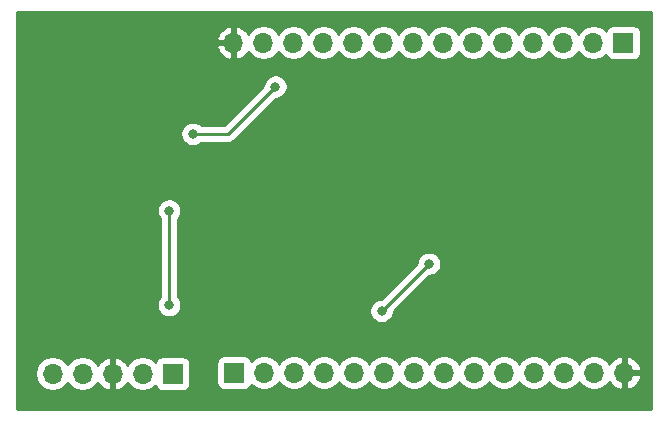
<source format=gbr>
G04 #@! TF.GenerationSoftware,KiCad,Pcbnew,(5.1.5-0-10_14)*
G04 #@! TF.CreationDate,2021-11-19T11:56:32-05:00*
G04 #@! TF.ProjectId,MinimalSAMD21,4d696e69-6d61-46c5-9341-4d4432312e6b,rev?*
G04 #@! TF.SameCoordinates,Original*
G04 #@! TF.FileFunction,Copper,L2,Bot*
G04 #@! TF.FilePolarity,Positive*
%FSLAX46Y46*%
G04 Gerber Fmt 4.6, Leading zero omitted, Abs format (unit mm)*
G04 Created by KiCad (PCBNEW (5.1.5-0-10_14)) date 2021-11-19 11:56:32*
%MOMM*%
%LPD*%
G04 APERTURE LIST*
%ADD10O,1.700000X1.700000*%
%ADD11R,1.700000X1.700000*%
%ADD12C,0.800000*%
%ADD13C,0.250000*%
%ADD14C,0.254000*%
G04 APERTURE END LIST*
D10*
X165945820Y-81280000D03*
X168485820Y-81280000D03*
X171025820Y-81280000D03*
X173565820Y-81280000D03*
X176105820Y-81280000D03*
X178645820Y-81280000D03*
X181185820Y-81280000D03*
X183725820Y-81280000D03*
X186265820Y-81280000D03*
X188805820Y-81280000D03*
X191345820Y-81280000D03*
X193885820Y-81280000D03*
X196425820Y-81280000D03*
D11*
X198965820Y-81280000D03*
D10*
X199020000Y-109220000D03*
X196480000Y-109220000D03*
X193940000Y-109220000D03*
X191400000Y-109220000D03*
X188860000Y-109220000D03*
X186320000Y-109220000D03*
X183780000Y-109220000D03*
X181240000Y-109220000D03*
X178700000Y-109220000D03*
X176160000Y-109220000D03*
X173620000Y-109220000D03*
X171080000Y-109220000D03*
X168540000Y-109220000D03*
D11*
X166000000Y-109220000D03*
D10*
X150630000Y-109300000D03*
X153170000Y-109300000D03*
X155710000Y-109300000D03*
X158250000Y-109300000D03*
D11*
X160790000Y-109300000D03*
D12*
X163000000Y-95500000D03*
X165000000Y-97500000D03*
X171435105Y-92064895D03*
X157500000Y-83500000D03*
X163500000Y-84500000D03*
X186500000Y-97500000D03*
X191000000Y-92500000D03*
X199500000Y-86500000D03*
X195500000Y-103500000D03*
X163500000Y-103500000D03*
X174500000Y-94500000D03*
X153000000Y-103000000D03*
X155000000Y-94500000D03*
X150000000Y-84000000D03*
X182500000Y-100000000D03*
X178500000Y-104000000D03*
X169500000Y-85000000D03*
X162500000Y-89000000D03*
X160500000Y-95500000D03*
X160500000Y-103500000D03*
D13*
X182500000Y-100000000D02*
X178500000Y-104000000D01*
X165500000Y-89000000D02*
X162500000Y-89000000D01*
X169500000Y-85000000D02*
X165500000Y-89000000D01*
X160500000Y-95500000D02*
X160500000Y-103500000D01*
D14*
G36*
X201340001Y-112340000D02*
G01*
X147660000Y-112340000D01*
X147660000Y-109153740D01*
X149145000Y-109153740D01*
X149145000Y-109446260D01*
X149202068Y-109733158D01*
X149314010Y-110003411D01*
X149476525Y-110246632D01*
X149683368Y-110453475D01*
X149926589Y-110615990D01*
X150196842Y-110727932D01*
X150483740Y-110785000D01*
X150776260Y-110785000D01*
X151063158Y-110727932D01*
X151333411Y-110615990D01*
X151576632Y-110453475D01*
X151783475Y-110246632D01*
X151900000Y-110072240D01*
X152016525Y-110246632D01*
X152223368Y-110453475D01*
X152466589Y-110615990D01*
X152736842Y-110727932D01*
X153023740Y-110785000D01*
X153316260Y-110785000D01*
X153603158Y-110727932D01*
X153873411Y-110615990D01*
X154116632Y-110453475D01*
X154323475Y-110246632D01*
X154445195Y-110064466D01*
X154514822Y-110181355D01*
X154709731Y-110397588D01*
X154943080Y-110571641D01*
X155205901Y-110696825D01*
X155353110Y-110741476D01*
X155583000Y-110620155D01*
X155583000Y-109427000D01*
X155563000Y-109427000D01*
X155563000Y-109173000D01*
X155583000Y-109173000D01*
X155583000Y-107979845D01*
X155837000Y-107979845D01*
X155837000Y-109173000D01*
X155857000Y-109173000D01*
X155857000Y-109427000D01*
X155837000Y-109427000D01*
X155837000Y-110620155D01*
X156066890Y-110741476D01*
X156214099Y-110696825D01*
X156476920Y-110571641D01*
X156710269Y-110397588D01*
X156905178Y-110181355D01*
X156974805Y-110064466D01*
X157096525Y-110246632D01*
X157303368Y-110453475D01*
X157546589Y-110615990D01*
X157816842Y-110727932D01*
X158103740Y-110785000D01*
X158396260Y-110785000D01*
X158683158Y-110727932D01*
X158953411Y-110615990D01*
X159196632Y-110453475D01*
X159328487Y-110321620D01*
X159350498Y-110394180D01*
X159409463Y-110504494D01*
X159488815Y-110601185D01*
X159585506Y-110680537D01*
X159695820Y-110739502D01*
X159815518Y-110775812D01*
X159940000Y-110788072D01*
X161640000Y-110788072D01*
X161764482Y-110775812D01*
X161884180Y-110739502D01*
X161994494Y-110680537D01*
X162091185Y-110601185D01*
X162170537Y-110504494D01*
X162229502Y-110394180D01*
X162265812Y-110274482D01*
X162278072Y-110150000D01*
X162278072Y-108450000D01*
X162270193Y-108370000D01*
X164511928Y-108370000D01*
X164511928Y-110070000D01*
X164524188Y-110194482D01*
X164560498Y-110314180D01*
X164619463Y-110424494D01*
X164698815Y-110521185D01*
X164795506Y-110600537D01*
X164905820Y-110659502D01*
X165025518Y-110695812D01*
X165150000Y-110708072D01*
X166850000Y-110708072D01*
X166974482Y-110695812D01*
X167094180Y-110659502D01*
X167204494Y-110600537D01*
X167301185Y-110521185D01*
X167380537Y-110424494D01*
X167439502Y-110314180D01*
X167461513Y-110241620D01*
X167593368Y-110373475D01*
X167836589Y-110535990D01*
X168106842Y-110647932D01*
X168393740Y-110705000D01*
X168686260Y-110705000D01*
X168973158Y-110647932D01*
X169243411Y-110535990D01*
X169486632Y-110373475D01*
X169693475Y-110166632D01*
X169810000Y-109992240D01*
X169926525Y-110166632D01*
X170133368Y-110373475D01*
X170376589Y-110535990D01*
X170646842Y-110647932D01*
X170933740Y-110705000D01*
X171226260Y-110705000D01*
X171513158Y-110647932D01*
X171783411Y-110535990D01*
X172026632Y-110373475D01*
X172233475Y-110166632D01*
X172350000Y-109992240D01*
X172466525Y-110166632D01*
X172673368Y-110373475D01*
X172916589Y-110535990D01*
X173186842Y-110647932D01*
X173473740Y-110705000D01*
X173766260Y-110705000D01*
X174053158Y-110647932D01*
X174323411Y-110535990D01*
X174566632Y-110373475D01*
X174773475Y-110166632D01*
X174890000Y-109992240D01*
X175006525Y-110166632D01*
X175213368Y-110373475D01*
X175456589Y-110535990D01*
X175726842Y-110647932D01*
X176013740Y-110705000D01*
X176306260Y-110705000D01*
X176593158Y-110647932D01*
X176863411Y-110535990D01*
X177106632Y-110373475D01*
X177313475Y-110166632D01*
X177430000Y-109992240D01*
X177546525Y-110166632D01*
X177753368Y-110373475D01*
X177996589Y-110535990D01*
X178266842Y-110647932D01*
X178553740Y-110705000D01*
X178846260Y-110705000D01*
X179133158Y-110647932D01*
X179403411Y-110535990D01*
X179646632Y-110373475D01*
X179853475Y-110166632D01*
X179970000Y-109992240D01*
X180086525Y-110166632D01*
X180293368Y-110373475D01*
X180536589Y-110535990D01*
X180806842Y-110647932D01*
X181093740Y-110705000D01*
X181386260Y-110705000D01*
X181673158Y-110647932D01*
X181943411Y-110535990D01*
X182186632Y-110373475D01*
X182393475Y-110166632D01*
X182510000Y-109992240D01*
X182626525Y-110166632D01*
X182833368Y-110373475D01*
X183076589Y-110535990D01*
X183346842Y-110647932D01*
X183633740Y-110705000D01*
X183926260Y-110705000D01*
X184213158Y-110647932D01*
X184483411Y-110535990D01*
X184726632Y-110373475D01*
X184933475Y-110166632D01*
X185050000Y-109992240D01*
X185166525Y-110166632D01*
X185373368Y-110373475D01*
X185616589Y-110535990D01*
X185886842Y-110647932D01*
X186173740Y-110705000D01*
X186466260Y-110705000D01*
X186753158Y-110647932D01*
X187023411Y-110535990D01*
X187266632Y-110373475D01*
X187473475Y-110166632D01*
X187590000Y-109992240D01*
X187706525Y-110166632D01*
X187913368Y-110373475D01*
X188156589Y-110535990D01*
X188426842Y-110647932D01*
X188713740Y-110705000D01*
X189006260Y-110705000D01*
X189293158Y-110647932D01*
X189563411Y-110535990D01*
X189806632Y-110373475D01*
X190013475Y-110166632D01*
X190130000Y-109992240D01*
X190246525Y-110166632D01*
X190453368Y-110373475D01*
X190696589Y-110535990D01*
X190966842Y-110647932D01*
X191253740Y-110705000D01*
X191546260Y-110705000D01*
X191833158Y-110647932D01*
X192103411Y-110535990D01*
X192346632Y-110373475D01*
X192553475Y-110166632D01*
X192670000Y-109992240D01*
X192786525Y-110166632D01*
X192993368Y-110373475D01*
X193236589Y-110535990D01*
X193506842Y-110647932D01*
X193793740Y-110705000D01*
X194086260Y-110705000D01*
X194373158Y-110647932D01*
X194643411Y-110535990D01*
X194886632Y-110373475D01*
X195093475Y-110166632D01*
X195210000Y-109992240D01*
X195326525Y-110166632D01*
X195533368Y-110373475D01*
X195776589Y-110535990D01*
X196046842Y-110647932D01*
X196333740Y-110705000D01*
X196626260Y-110705000D01*
X196913158Y-110647932D01*
X197183411Y-110535990D01*
X197426632Y-110373475D01*
X197633475Y-110166632D01*
X197755195Y-109984466D01*
X197824822Y-110101355D01*
X198019731Y-110317588D01*
X198253080Y-110491641D01*
X198515901Y-110616825D01*
X198663110Y-110661476D01*
X198893000Y-110540155D01*
X198893000Y-109347000D01*
X199147000Y-109347000D01*
X199147000Y-110540155D01*
X199376890Y-110661476D01*
X199524099Y-110616825D01*
X199786920Y-110491641D01*
X200020269Y-110317588D01*
X200215178Y-110101355D01*
X200364157Y-109851252D01*
X200461481Y-109576891D01*
X200340814Y-109347000D01*
X199147000Y-109347000D01*
X198893000Y-109347000D01*
X198873000Y-109347000D01*
X198873000Y-109093000D01*
X198893000Y-109093000D01*
X198893000Y-107899845D01*
X199147000Y-107899845D01*
X199147000Y-109093000D01*
X200340814Y-109093000D01*
X200461481Y-108863109D01*
X200364157Y-108588748D01*
X200215178Y-108338645D01*
X200020269Y-108122412D01*
X199786920Y-107948359D01*
X199524099Y-107823175D01*
X199376890Y-107778524D01*
X199147000Y-107899845D01*
X198893000Y-107899845D01*
X198663110Y-107778524D01*
X198515901Y-107823175D01*
X198253080Y-107948359D01*
X198019731Y-108122412D01*
X197824822Y-108338645D01*
X197755195Y-108455534D01*
X197633475Y-108273368D01*
X197426632Y-108066525D01*
X197183411Y-107904010D01*
X196913158Y-107792068D01*
X196626260Y-107735000D01*
X196333740Y-107735000D01*
X196046842Y-107792068D01*
X195776589Y-107904010D01*
X195533368Y-108066525D01*
X195326525Y-108273368D01*
X195210000Y-108447760D01*
X195093475Y-108273368D01*
X194886632Y-108066525D01*
X194643411Y-107904010D01*
X194373158Y-107792068D01*
X194086260Y-107735000D01*
X193793740Y-107735000D01*
X193506842Y-107792068D01*
X193236589Y-107904010D01*
X192993368Y-108066525D01*
X192786525Y-108273368D01*
X192670000Y-108447760D01*
X192553475Y-108273368D01*
X192346632Y-108066525D01*
X192103411Y-107904010D01*
X191833158Y-107792068D01*
X191546260Y-107735000D01*
X191253740Y-107735000D01*
X190966842Y-107792068D01*
X190696589Y-107904010D01*
X190453368Y-108066525D01*
X190246525Y-108273368D01*
X190130000Y-108447760D01*
X190013475Y-108273368D01*
X189806632Y-108066525D01*
X189563411Y-107904010D01*
X189293158Y-107792068D01*
X189006260Y-107735000D01*
X188713740Y-107735000D01*
X188426842Y-107792068D01*
X188156589Y-107904010D01*
X187913368Y-108066525D01*
X187706525Y-108273368D01*
X187590000Y-108447760D01*
X187473475Y-108273368D01*
X187266632Y-108066525D01*
X187023411Y-107904010D01*
X186753158Y-107792068D01*
X186466260Y-107735000D01*
X186173740Y-107735000D01*
X185886842Y-107792068D01*
X185616589Y-107904010D01*
X185373368Y-108066525D01*
X185166525Y-108273368D01*
X185050000Y-108447760D01*
X184933475Y-108273368D01*
X184726632Y-108066525D01*
X184483411Y-107904010D01*
X184213158Y-107792068D01*
X183926260Y-107735000D01*
X183633740Y-107735000D01*
X183346842Y-107792068D01*
X183076589Y-107904010D01*
X182833368Y-108066525D01*
X182626525Y-108273368D01*
X182510000Y-108447760D01*
X182393475Y-108273368D01*
X182186632Y-108066525D01*
X181943411Y-107904010D01*
X181673158Y-107792068D01*
X181386260Y-107735000D01*
X181093740Y-107735000D01*
X180806842Y-107792068D01*
X180536589Y-107904010D01*
X180293368Y-108066525D01*
X180086525Y-108273368D01*
X179970000Y-108447760D01*
X179853475Y-108273368D01*
X179646632Y-108066525D01*
X179403411Y-107904010D01*
X179133158Y-107792068D01*
X178846260Y-107735000D01*
X178553740Y-107735000D01*
X178266842Y-107792068D01*
X177996589Y-107904010D01*
X177753368Y-108066525D01*
X177546525Y-108273368D01*
X177430000Y-108447760D01*
X177313475Y-108273368D01*
X177106632Y-108066525D01*
X176863411Y-107904010D01*
X176593158Y-107792068D01*
X176306260Y-107735000D01*
X176013740Y-107735000D01*
X175726842Y-107792068D01*
X175456589Y-107904010D01*
X175213368Y-108066525D01*
X175006525Y-108273368D01*
X174890000Y-108447760D01*
X174773475Y-108273368D01*
X174566632Y-108066525D01*
X174323411Y-107904010D01*
X174053158Y-107792068D01*
X173766260Y-107735000D01*
X173473740Y-107735000D01*
X173186842Y-107792068D01*
X172916589Y-107904010D01*
X172673368Y-108066525D01*
X172466525Y-108273368D01*
X172350000Y-108447760D01*
X172233475Y-108273368D01*
X172026632Y-108066525D01*
X171783411Y-107904010D01*
X171513158Y-107792068D01*
X171226260Y-107735000D01*
X170933740Y-107735000D01*
X170646842Y-107792068D01*
X170376589Y-107904010D01*
X170133368Y-108066525D01*
X169926525Y-108273368D01*
X169810000Y-108447760D01*
X169693475Y-108273368D01*
X169486632Y-108066525D01*
X169243411Y-107904010D01*
X168973158Y-107792068D01*
X168686260Y-107735000D01*
X168393740Y-107735000D01*
X168106842Y-107792068D01*
X167836589Y-107904010D01*
X167593368Y-108066525D01*
X167461513Y-108198380D01*
X167439502Y-108125820D01*
X167380537Y-108015506D01*
X167301185Y-107918815D01*
X167204494Y-107839463D01*
X167094180Y-107780498D01*
X166974482Y-107744188D01*
X166850000Y-107731928D01*
X165150000Y-107731928D01*
X165025518Y-107744188D01*
X164905820Y-107780498D01*
X164795506Y-107839463D01*
X164698815Y-107918815D01*
X164619463Y-108015506D01*
X164560498Y-108125820D01*
X164524188Y-108245518D01*
X164511928Y-108370000D01*
X162270193Y-108370000D01*
X162265812Y-108325518D01*
X162229502Y-108205820D01*
X162170537Y-108095506D01*
X162091185Y-107998815D01*
X161994494Y-107919463D01*
X161884180Y-107860498D01*
X161764482Y-107824188D01*
X161640000Y-107811928D01*
X159940000Y-107811928D01*
X159815518Y-107824188D01*
X159695820Y-107860498D01*
X159585506Y-107919463D01*
X159488815Y-107998815D01*
X159409463Y-108095506D01*
X159350498Y-108205820D01*
X159328487Y-108278380D01*
X159196632Y-108146525D01*
X158953411Y-107984010D01*
X158683158Y-107872068D01*
X158396260Y-107815000D01*
X158103740Y-107815000D01*
X157816842Y-107872068D01*
X157546589Y-107984010D01*
X157303368Y-108146525D01*
X157096525Y-108353368D01*
X156974805Y-108535534D01*
X156905178Y-108418645D01*
X156710269Y-108202412D01*
X156476920Y-108028359D01*
X156214099Y-107903175D01*
X156066890Y-107858524D01*
X155837000Y-107979845D01*
X155583000Y-107979845D01*
X155353110Y-107858524D01*
X155205901Y-107903175D01*
X154943080Y-108028359D01*
X154709731Y-108202412D01*
X154514822Y-108418645D01*
X154445195Y-108535534D01*
X154323475Y-108353368D01*
X154116632Y-108146525D01*
X153873411Y-107984010D01*
X153603158Y-107872068D01*
X153316260Y-107815000D01*
X153023740Y-107815000D01*
X152736842Y-107872068D01*
X152466589Y-107984010D01*
X152223368Y-108146525D01*
X152016525Y-108353368D01*
X151900000Y-108527760D01*
X151783475Y-108353368D01*
X151576632Y-108146525D01*
X151333411Y-107984010D01*
X151063158Y-107872068D01*
X150776260Y-107815000D01*
X150483740Y-107815000D01*
X150196842Y-107872068D01*
X149926589Y-107984010D01*
X149683368Y-108146525D01*
X149476525Y-108353368D01*
X149314010Y-108596589D01*
X149202068Y-108866842D01*
X149145000Y-109153740D01*
X147660000Y-109153740D01*
X147660000Y-95398061D01*
X159465000Y-95398061D01*
X159465000Y-95601939D01*
X159504774Y-95801898D01*
X159582795Y-95990256D01*
X159696063Y-96159774D01*
X159740000Y-96203711D01*
X159740001Y-102796288D01*
X159696063Y-102840226D01*
X159582795Y-103009744D01*
X159504774Y-103198102D01*
X159465000Y-103398061D01*
X159465000Y-103601939D01*
X159504774Y-103801898D01*
X159582795Y-103990256D01*
X159696063Y-104159774D01*
X159840226Y-104303937D01*
X160009744Y-104417205D01*
X160198102Y-104495226D01*
X160398061Y-104535000D01*
X160601939Y-104535000D01*
X160801898Y-104495226D01*
X160990256Y-104417205D01*
X161159774Y-104303937D01*
X161303937Y-104159774D01*
X161417205Y-103990256D01*
X161455393Y-103898061D01*
X177465000Y-103898061D01*
X177465000Y-104101939D01*
X177504774Y-104301898D01*
X177582795Y-104490256D01*
X177696063Y-104659774D01*
X177840226Y-104803937D01*
X178009744Y-104917205D01*
X178198102Y-104995226D01*
X178398061Y-105035000D01*
X178601939Y-105035000D01*
X178801898Y-104995226D01*
X178990256Y-104917205D01*
X179159774Y-104803937D01*
X179303937Y-104659774D01*
X179417205Y-104490256D01*
X179495226Y-104301898D01*
X179535000Y-104101939D01*
X179535000Y-104039801D01*
X182539802Y-101035000D01*
X182601939Y-101035000D01*
X182801898Y-100995226D01*
X182990256Y-100917205D01*
X183159774Y-100803937D01*
X183303937Y-100659774D01*
X183417205Y-100490256D01*
X183495226Y-100301898D01*
X183535000Y-100101939D01*
X183535000Y-99898061D01*
X183495226Y-99698102D01*
X183417205Y-99509744D01*
X183303937Y-99340226D01*
X183159774Y-99196063D01*
X182990256Y-99082795D01*
X182801898Y-99004774D01*
X182601939Y-98965000D01*
X182398061Y-98965000D01*
X182198102Y-99004774D01*
X182009744Y-99082795D01*
X181840226Y-99196063D01*
X181696063Y-99340226D01*
X181582795Y-99509744D01*
X181504774Y-99698102D01*
X181465000Y-99898061D01*
X181465000Y-99960198D01*
X178460199Y-102965000D01*
X178398061Y-102965000D01*
X178198102Y-103004774D01*
X178009744Y-103082795D01*
X177840226Y-103196063D01*
X177696063Y-103340226D01*
X177582795Y-103509744D01*
X177504774Y-103698102D01*
X177465000Y-103898061D01*
X161455393Y-103898061D01*
X161495226Y-103801898D01*
X161535000Y-103601939D01*
X161535000Y-103398061D01*
X161495226Y-103198102D01*
X161417205Y-103009744D01*
X161303937Y-102840226D01*
X161260000Y-102796289D01*
X161260000Y-96203711D01*
X161303937Y-96159774D01*
X161417205Y-95990256D01*
X161495226Y-95801898D01*
X161535000Y-95601939D01*
X161535000Y-95398061D01*
X161495226Y-95198102D01*
X161417205Y-95009744D01*
X161303937Y-94840226D01*
X161159774Y-94696063D01*
X160990256Y-94582795D01*
X160801898Y-94504774D01*
X160601939Y-94465000D01*
X160398061Y-94465000D01*
X160198102Y-94504774D01*
X160009744Y-94582795D01*
X159840226Y-94696063D01*
X159696063Y-94840226D01*
X159582795Y-95009744D01*
X159504774Y-95198102D01*
X159465000Y-95398061D01*
X147660000Y-95398061D01*
X147660000Y-88898061D01*
X161465000Y-88898061D01*
X161465000Y-89101939D01*
X161504774Y-89301898D01*
X161582795Y-89490256D01*
X161696063Y-89659774D01*
X161840226Y-89803937D01*
X162009744Y-89917205D01*
X162198102Y-89995226D01*
X162398061Y-90035000D01*
X162601939Y-90035000D01*
X162801898Y-89995226D01*
X162990256Y-89917205D01*
X163159774Y-89803937D01*
X163203711Y-89760000D01*
X165462678Y-89760000D01*
X165500000Y-89763676D01*
X165537322Y-89760000D01*
X165537333Y-89760000D01*
X165648986Y-89749003D01*
X165792247Y-89705546D01*
X165924276Y-89634974D01*
X166040001Y-89540001D01*
X166063804Y-89510997D01*
X169539802Y-86035000D01*
X169601939Y-86035000D01*
X169801898Y-85995226D01*
X169990256Y-85917205D01*
X170159774Y-85803937D01*
X170303937Y-85659774D01*
X170417205Y-85490256D01*
X170495226Y-85301898D01*
X170535000Y-85101939D01*
X170535000Y-84898061D01*
X170495226Y-84698102D01*
X170417205Y-84509744D01*
X170303937Y-84340226D01*
X170159774Y-84196063D01*
X169990256Y-84082795D01*
X169801898Y-84004774D01*
X169601939Y-83965000D01*
X169398061Y-83965000D01*
X169198102Y-84004774D01*
X169009744Y-84082795D01*
X168840226Y-84196063D01*
X168696063Y-84340226D01*
X168582795Y-84509744D01*
X168504774Y-84698102D01*
X168465000Y-84898061D01*
X168465000Y-84960198D01*
X165185199Y-88240000D01*
X163203711Y-88240000D01*
X163159774Y-88196063D01*
X162990256Y-88082795D01*
X162801898Y-88004774D01*
X162601939Y-87965000D01*
X162398061Y-87965000D01*
X162198102Y-88004774D01*
X162009744Y-88082795D01*
X161840226Y-88196063D01*
X161696063Y-88340226D01*
X161582795Y-88509744D01*
X161504774Y-88698102D01*
X161465000Y-88898061D01*
X147660000Y-88898061D01*
X147660000Y-81636891D01*
X164504339Y-81636891D01*
X164601663Y-81911252D01*
X164750642Y-82161355D01*
X164945551Y-82377588D01*
X165178900Y-82551641D01*
X165441721Y-82676825D01*
X165588930Y-82721476D01*
X165818820Y-82600155D01*
X165818820Y-81407000D01*
X164625006Y-81407000D01*
X164504339Y-81636891D01*
X147660000Y-81636891D01*
X147660000Y-80923109D01*
X164504339Y-80923109D01*
X164625006Y-81153000D01*
X165818820Y-81153000D01*
X165818820Y-79959845D01*
X166072820Y-79959845D01*
X166072820Y-81153000D01*
X166092820Y-81153000D01*
X166092820Y-81407000D01*
X166072820Y-81407000D01*
X166072820Y-82600155D01*
X166302710Y-82721476D01*
X166449919Y-82676825D01*
X166712740Y-82551641D01*
X166946089Y-82377588D01*
X167140998Y-82161355D01*
X167210625Y-82044466D01*
X167332345Y-82226632D01*
X167539188Y-82433475D01*
X167782409Y-82595990D01*
X168052662Y-82707932D01*
X168339560Y-82765000D01*
X168632080Y-82765000D01*
X168918978Y-82707932D01*
X169189231Y-82595990D01*
X169432452Y-82433475D01*
X169639295Y-82226632D01*
X169755820Y-82052240D01*
X169872345Y-82226632D01*
X170079188Y-82433475D01*
X170322409Y-82595990D01*
X170592662Y-82707932D01*
X170879560Y-82765000D01*
X171172080Y-82765000D01*
X171458978Y-82707932D01*
X171729231Y-82595990D01*
X171972452Y-82433475D01*
X172179295Y-82226632D01*
X172295820Y-82052240D01*
X172412345Y-82226632D01*
X172619188Y-82433475D01*
X172862409Y-82595990D01*
X173132662Y-82707932D01*
X173419560Y-82765000D01*
X173712080Y-82765000D01*
X173998978Y-82707932D01*
X174269231Y-82595990D01*
X174512452Y-82433475D01*
X174719295Y-82226632D01*
X174835820Y-82052240D01*
X174952345Y-82226632D01*
X175159188Y-82433475D01*
X175402409Y-82595990D01*
X175672662Y-82707932D01*
X175959560Y-82765000D01*
X176252080Y-82765000D01*
X176538978Y-82707932D01*
X176809231Y-82595990D01*
X177052452Y-82433475D01*
X177259295Y-82226632D01*
X177375820Y-82052240D01*
X177492345Y-82226632D01*
X177699188Y-82433475D01*
X177942409Y-82595990D01*
X178212662Y-82707932D01*
X178499560Y-82765000D01*
X178792080Y-82765000D01*
X179078978Y-82707932D01*
X179349231Y-82595990D01*
X179592452Y-82433475D01*
X179799295Y-82226632D01*
X179915820Y-82052240D01*
X180032345Y-82226632D01*
X180239188Y-82433475D01*
X180482409Y-82595990D01*
X180752662Y-82707932D01*
X181039560Y-82765000D01*
X181332080Y-82765000D01*
X181618978Y-82707932D01*
X181889231Y-82595990D01*
X182132452Y-82433475D01*
X182339295Y-82226632D01*
X182455820Y-82052240D01*
X182572345Y-82226632D01*
X182779188Y-82433475D01*
X183022409Y-82595990D01*
X183292662Y-82707932D01*
X183579560Y-82765000D01*
X183872080Y-82765000D01*
X184158978Y-82707932D01*
X184429231Y-82595990D01*
X184672452Y-82433475D01*
X184879295Y-82226632D01*
X184995820Y-82052240D01*
X185112345Y-82226632D01*
X185319188Y-82433475D01*
X185562409Y-82595990D01*
X185832662Y-82707932D01*
X186119560Y-82765000D01*
X186412080Y-82765000D01*
X186698978Y-82707932D01*
X186969231Y-82595990D01*
X187212452Y-82433475D01*
X187419295Y-82226632D01*
X187535820Y-82052240D01*
X187652345Y-82226632D01*
X187859188Y-82433475D01*
X188102409Y-82595990D01*
X188372662Y-82707932D01*
X188659560Y-82765000D01*
X188952080Y-82765000D01*
X189238978Y-82707932D01*
X189509231Y-82595990D01*
X189752452Y-82433475D01*
X189959295Y-82226632D01*
X190075820Y-82052240D01*
X190192345Y-82226632D01*
X190399188Y-82433475D01*
X190642409Y-82595990D01*
X190912662Y-82707932D01*
X191199560Y-82765000D01*
X191492080Y-82765000D01*
X191778978Y-82707932D01*
X192049231Y-82595990D01*
X192292452Y-82433475D01*
X192499295Y-82226632D01*
X192615820Y-82052240D01*
X192732345Y-82226632D01*
X192939188Y-82433475D01*
X193182409Y-82595990D01*
X193452662Y-82707932D01*
X193739560Y-82765000D01*
X194032080Y-82765000D01*
X194318978Y-82707932D01*
X194589231Y-82595990D01*
X194832452Y-82433475D01*
X195039295Y-82226632D01*
X195155820Y-82052240D01*
X195272345Y-82226632D01*
X195479188Y-82433475D01*
X195722409Y-82595990D01*
X195992662Y-82707932D01*
X196279560Y-82765000D01*
X196572080Y-82765000D01*
X196858978Y-82707932D01*
X197129231Y-82595990D01*
X197372452Y-82433475D01*
X197504307Y-82301620D01*
X197526318Y-82374180D01*
X197585283Y-82484494D01*
X197664635Y-82581185D01*
X197761326Y-82660537D01*
X197871640Y-82719502D01*
X197991338Y-82755812D01*
X198115820Y-82768072D01*
X199815820Y-82768072D01*
X199940302Y-82755812D01*
X200060000Y-82719502D01*
X200170314Y-82660537D01*
X200267005Y-82581185D01*
X200346357Y-82484494D01*
X200405322Y-82374180D01*
X200441632Y-82254482D01*
X200453892Y-82130000D01*
X200453892Y-80430000D01*
X200441632Y-80305518D01*
X200405322Y-80185820D01*
X200346357Y-80075506D01*
X200267005Y-79978815D01*
X200170314Y-79899463D01*
X200060000Y-79840498D01*
X199940302Y-79804188D01*
X199815820Y-79791928D01*
X198115820Y-79791928D01*
X197991338Y-79804188D01*
X197871640Y-79840498D01*
X197761326Y-79899463D01*
X197664635Y-79978815D01*
X197585283Y-80075506D01*
X197526318Y-80185820D01*
X197504307Y-80258380D01*
X197372452Y-80126525D01*
X197129231Y-79964010D01*
X196858978Y-79852068D01*
X196572080Y-79795000D01*
X196279560Y-79795000D01*
X195992662Y-79852068D01*
X195722409Y-79964010D01*
X195479188Y-80126525D01*
X195272345Y-80333368D01*
X195155820Y-80507760D01*
X195039295Y-80333368D01*
X194832452Y-80126525D01*
X194589231Y-79964010D01*
X194318978Y-79852068D01*
X194032080Y-79795000D01*
X193739560Y-79795000D01*
X193452662Y-79852068D01*
X193182409Y-79964010D01*
X192939188Y-80126525D01*
X192732345Y-80333368D01*
X192615820Y-80507760D01*
X192499295Y-80333368D01*
X192292452Y-80126525D01*
X192049231Y-79964010D01*
X191778978Y-79852068D01*
X191492080Y-79795000D01*
X191199560Y-79795000D01*
X190912662Y-79852068D01*
X190642409Y-79964010D01*
X190399188Y-80126525D01*
X190192345Y-80333368D01*
X190075820Y-80507760D01*
X189959295Y-80333368D01*
X189752452Y-80126525D01*
X189509231Y-79964010D01*
X189238978Y-79852068D01*
X188952080Y-79795000D01*
X188659560Y-79795000D01*
X188372662Y-79852068D01*
X188102409Y-79964010D01*
X187859188Y-80126525D01*
X187652345Y-80333368D01*
X187535820Y-80507760D01*
X187419295Y-80333368D01*
X187212452Y-80126525D01*
X186969231Y-79964010D01*
X186698978Y-79852068D01*
X186412080Y-79795000D01*
X186119560Y-79795000D01*
X185832662Y-79852068D01*
X185562409Y-79964010D01*
X185319188Y-80126525D01*
X185112345Y-80333368D01*
X184995820Y-80507760D01*
X184879295Y-80333368D01*
X184672452Y-80126525D01*
X184429231Y-79964010D01*
X184158978Y-79852068D01*
X183872080Y-79795000D01*
X183579560Y-79795000D01*
X183292662Y-79852068D01*
X183022409Y-79964010D01*
X182779188Y-80126525D01*
X182572345Y-80333368D01*
X182455820Y-80507760D01*
X182339295Y-80333368D01*
X182132452Y-80126525D01*
X181889231Y-79964010D01*
X181618978Y-79852068D01*
X181332080Y-79795000D01*
X181039560Y-79795000D01*
X180752662Y-79852068D01*
X180482409Y-79964010D01*
X180239188Y-80126525D01*
X180032345Y-80333368D01*
X179915820Y-80507760D01*
X179799295Y-80333368D01*
X179592452Y-80126525D01*
X179349231Y-79964010D01*
X179078978Y-79852068D01*
X178792080Y-79795000D01*
X178499560Y-79795000D01*
X178212662Y-79852068D01*
X177942409Y-79964010D01*
X177699188Y-80126525D01*
X177492345Y-80333368D01*
X177375820Y-80507760D01*
X177259295Y-80333368D01*
X177052452Y-80126525D01*
X176809231Y-79964010D01*
X176538978Y-79852068D01*
X176252080Y-79795000D01*
X175959560Y-79795000D01*
X175672662Y-79852068D01*
X175402409Y-79964010D01*
X175159188Y-80126525D01*
X174952345Y-80333368D01*
X174835820Y-80507760D01*
X174719295Y-80333368D01*
X174512452Y-80126525D01*
X174269231Y-79964010D01*
X173998978Y-79852068D01*
X173712080Y-79795000D01*
X173419560Y-79795000D01*
X173132662Y-79852068D01*
X172862409Y-79964010D01*
X172619188Y-80126525D01*
X172412345Y-80333368D01*
X172295820Y-80507760D01*
X172179295Y-80333368D01*
X171972452Y-80126525D01*
X171729231Y-79964010D01*
X171458978Y-79852068D01*
X171172080Y-79795000D01*
X170879560Y-79795000D01*
X170592662Y-79852068D01*
X170322409Y-79964010D01*
X170079188Y-80126525D01*
X169872345Y-80333368D01*
X169755820Y-80507760D01*
X169639295Y-80333368D01*
X169432452Y-80126525D01*
X169189231Y-79964010D01*
X168918978Y-79852068D01*
X168632080Y-79795000D01*
X168339560Y-79795000D01*
X168052662Y-79852068D01*
X167782409Y-79964010D01*
X167539188Y-80126525D01*
X167332345Y-80333368D01*
X167210625Y-80515534D01*
X167140998Y-80398645D01*
X166946089Y-80182412D01*
X166712740Y-80008359D01*
X166449919Y-79883175D01*
X166302710Y-79838524D01*
X166072820Y-79959845D01*
X165818820Y-79959845D01*
X165588930Y-79838524D01*
X165441721Y-79883175D01*
X165178900Y-80008359D01*
X164945551Y-80182412D01*
X164750642Y-80398645D01*
X164601663Y-80648748D01*
X164504339Y-80923109D01*
X147660000Y-80923109D01*
X147660000Y-78660000D01*
X201340000Y-78660000D01*
X201340001Y-112340000D01*
G37*
X201340001Y-112340000D02*
X147660000Y-112340000D01*
X147660000Y-109153740D01*
X149145000Y-109153740D01*
X149145000Y-109446260D01*
X149202068Y-109733158D01*
X149314010Y-110003411D01*
X149476525Y-110246632D01*
X149683368Y-110453475D01*
X149926589Y-110615990D01*
X150196842Y-110727932D01*
X150483740Y-110785000D01*
X150776260Y-110785000D01*
X151063158Y-110727932D01*
X151333411Y-110615990D01*
X151576632Y-110453475D01*
X151783475Y-110246632D01*
X151900000Y-110072240D01*
X152016525Y-110246632D01*
X152223368Y-110453475D01*
X152466589Y-110615990D01*
X152736842Y-110727932D01*
X153023740Y-110785000D01*
X153316260Y-110785000D01*
X153603158Y-110727932D01*
X153873411Y-110615990D01*
X154116632Y-110453475D01*
X154323475Y-110246632D01*
X154445195Y-110064466D01*
X154514822Y-110181355D01*
X154709731Y-110397588D01*
X154943080Y-110571641D01*
X155205901Y-110696825D01*
X155353110Y-110741476D01*
X155583000Y-110620155D01*
X155583000Y-109427000D01*
X155563000Y-109427000D01*
X155563000Y-109173000D01*
X155583000Y-109173000D01*
X155583000Y-107979845D01*
X155837000Y-107979845D01*
X155837000Y-109173000D01*
X155857000Y-109173000D01*
X155857000Y-109427000D01*
X155837000Y-109427000D01*
X155837000Y-110620155D01*
X156066890Y-110741476D01*
X156214099Y-110696825D01*
X156476920Y-110571641D01*
X156710269Y-110397588D01*
X156905178Y-110181355D01*
X156974805Y-110064466D01*
X157096525Y-110246632D01*
X157303368Y-110453475D01*
X157546589Y-110615990D01*
X157816842Y-110727932D01*
X158103740Y-110785000D01*
X158396260Y-110785000D01*
X158683158Y-110727932D01*
X158953411Y-110615990D01*
X159196632Y-110453475D01*
X159328487Y-110321620D01*
X159350498Y-110394180D01*
X159409463Y-110504494D01*
X159488815Y-110601185D01*
X159585506Y-110680537D01*
X159695820Y-110739502D01*
X159815518Y-110775812D01*
X159940000Y-110788072D01*
X161640000Y-110788072D01*
X161764482Y-110775812D01*
X161884180Y-110739502D01*
X161994494Y-110680537D01*
X162091185Y-110601185D01*
X162170537Y-110504494D01*
X162229502Y-110394180D01*
X162265812Y-110274482D01*
X162278072Y-110150000D01*
X162278072Y-108450000D01*
X162270193Y-108370000D01*
X164511928Y-108370000D01*
X164511928Y-110070000D01*
X164524188Y-110194482D01*
X164560498Y-110314180D01*
X164619463Y-110424494D01*
X164698815Y-110521185D01*
X164795506Y-110600537D01*
X164905820Y-110659502D01*
X165025518Y-110695812D01*
X165150000Y-110708072D01*
X166850000Y-110708072D01*
X166974482Y-110695812D01*
X167094180Y-110659502D01*
X167204494Y-110600537D01*
X167301185Y-110521185D01*
X167380537Y-110424494D01*
X167439502Y-110314180D01*
X167461513Y-110241620D01*
X167593368Y-110373475D01*
X167836589Y-110535990D01*
X168106842Y-110647932D01*
X168393740Y-110705000D01*
X168686260Y-110705000D01*
X168973158Y-110647932D01*
X169243411Y-110535990D01*
X169486632Y-110373475D01*
X169693475Y-110166632D01*
X169810000Y-109992240D01*
X169926525Y-110166632D01*
X170133368Y-110373475D01*
X170376589Y-110535990D01*
X170646842Y-110647932D01*
X170933740Y-110705000D01*
X171226260Y-110705000D01*
X171513158Y-110647932D01*
X171783411Y-110535990D01*
X172026632Y-110373475D01*
X172233475Y-110166632D01*
X172350000Y-109992240D01*
X172466525Y-110166632D01*
X172673368Y-110373475D01*
X172916589Y-110535990D01*
X173186842Y-110647932D01*
X173473740Y-110705000D01*
X173766260Y-110705000D01*
X174053158Y-110647932D01*
X174323411Y-110535990D01*
X174566632Y-110373475D01*
X174773475Y-110166632D01*
X174890000Y-109992240D01*
X175006525Y-110166632D01*
X175213368Y-110373475D01*
X175456589Y-110535990D01*
X175726842Y-110647932D01*
X176013740Y-110705000D01*
X176306260Y-110705000D01*
X176593158Y-110647932D01*
X176863411Y-110535990D01*
X177106632Y-110373475D01*
X177313475Y-110166632D01*
X177430000Y-109992240D01*
X177546525Y-110166632D01*
X177753368Y-110373475D01*
X177996589Y-110535990D01*
X178266842Y-110647932D01*
X178553740Y-110705000D01*
X178846260Y-110705000D01*
X179133158Y-110647932D01*
X179403411Y-110535990D01*
X179646632Y-110373475D01*
X179853475Y-110166632D01*
X179970000Y-109992240D01*
X180086525Y-110166632D01*
X180293368Y-110373475D01*
X180536589Y-110535990D01*
X180806842Y-110647932D01*
X181093740Y-110705000D01*
X181386260Y-110705000D01*
X181673158Y-110647932D01*
X181943411Y-110535990D01*
X182186632Y-110373475D01*
X182393475Y-110166632D01*
X182510000Y-109992240D01*
X182626525Y-110166632D01*
X182833368Y-110373475D01*
X183076589Y-110535990D01*
X183346842Y-110647932D01*
X183633740Y-110705000D01*
X183926260Y-110705000D01*
X184213158Y-110647932D01*
X184483411Y-110535990D01*
X184726632Y-110373475D01*
X184933475Y-110166632D01*
X185050000Y-109992240D01*
X185166525Y-110166632D01*
X185373368Y-110373475D01*
X185616589Y-110535990D01*
X185886842Y-110647932D01*
X186173740Y-110705000D01*
X186466260Y-110705000D01*
X186753158Y-110647932D01*
X187023411Y-110535990D01*
X187266632Y-110373475D01*
X187473475Y-110166632D01*
X187590000Y-109992240D01*
X187706525Y-110166632D01*
X187913368Y-110373475D01*
X188156589Y-110535990D01*
X188426842Y-110647932D01*
X188713740Y-110705000D01*
X189006260Y-110705000D01*
X189293158Y-110647932D01*
X189563411Y-110535990D01*
X189806632Y-110373475D01*
X190013475Y-110166632D01*
X190130000Y-109992240D01*
X190246525Y-110166632D01*
X190453368Y-110373475D01*
X190696589Y-110535990D01*
X190966842Y-110647932D01*
X191253740Y-110705000D01*
X191546260Y-110705000D01*
X191833158Y-110647932D01*
X192103411Y-110535990D01*
X192346632Y-110373475D01*
X192553475Y-110166632D01*
X192670000Y-109992240D01*
X192786525Y-110166632D01*
X192993368Y-110373475D01*
X193236589Y-110535990D01*
X193506842Y-110647932D01*
X193793740Y-110705000D01*
X194086260Y-110705000D01*
X194373158Y-110647932D01*
X194643411Y-110535990D01*
X194886632Y-110373475D01*
X195093475Y-110166632D01*
X195210000Y-109992240D01*
X195326525Y-110166632D01*
X195533368Y-110373475D01*
X195776589Y-110535990D01*
X196046842Y-110647932D01*
X196333740Y-110705000D01*
X196626260Y-110705000D01*
X196913158Y-110647932D01*
X197183411Y-110535990D01*
X197426632Y-110373475D01*
X197633475Y-110166632D01*
X197755195Y-109984466D01*
X197824822Y-110101355D01*
X198019731Y-110317588D01*
X198253080Y-110491641D01*
X198515901Y-110616825D01*
X198663110Y-110661476D01*
X198893000Y-110540155D01*
X198893000Y-109347000D01*
X199147000Y-109347000D01*
X199147000Y-110540155D01*
X199376890Y-110661476D01*
X199524099Y-110616825D01*
X199786920Y-110491641D01*
X200020269Y-110317588D01*
X200215178Y-110101355D01*
X200364157Y-109851252D01*
X200461481Y-109576891D01*
X200340814Y-109347000D01*
X199147000Y-109347000D01*
X198893000Y-109347000D01*
X198873000Y-109347000D01*
X198873000Y-109093000D01*
X198893000Y-109093000D01*
X198893000Y-107899845D01*
X199147000Y-107899845D01*
X199147000Y-109093000D01*
X200340814Y-109093000D01*
X200461481Y-108863109D01*
X200364157Y-108588748D01*
X200215178Y-108338645D01*
X200020269Y-108122412D01*
X199786920Y-107948359D01*
X199524099Y-107823175D01*
X199376890Y-107778524D01*
X199147000Y-107899845D01*
X198893000Y-107899845D01*
X198663110Y-107778524D01*
X198515901Y-107823175D01*
X198253080Y-107948359D01*
X198019731Y-108122412D01*
X197824822Y-108338645D01*
X197755195Y-108455534D01*
X197633475Y-108273368D01*
X197426632Y-108066525D01*
X197183411Y-107904010D01*
X196913158Y-107792068D01*
X196626260Y-107735000D01*
X196333740Y-107735000D01*
X196046842Y-107792068D01*
X195776589Y-107904010D01*
X195533368Y-108066525D01*
X195326525Y-108273368D01*
X195210000Y-108447760D01*
X195093475Y-108273368D01*
X194886632Y-108066525D01*
X194643411Y-107904010D01*
X194373158Y-107792068D01*
X194086260Y-107735000D01*
X193793740Y-107735000D01*
X193506842Y-107792068D01*
X193236589Y-107904010D01*
X192993368Y-108066525D01*
X192786525Y-108273368D01*
X192670000Y-108447760D01*
X192553475Y-108273368D01*
X192346632Y-108066525D01*
X192103411Y-107904010D01*
X191833158Y-107792068D01*
X191546260Y-107735000D01*
X191253740Y-107735000D01*
X190966842Y-107792068D01*
X190696589Y-107904010D01*
X190453368Y-108066525D01*
X190246525Y-108273368D01*
X190130000Y-108447760D01*
X190013475Y-108273368D01*
X189806632Y-108066525D01*
X189563411Y-107904010D01*
X189293158Y-107792068D01*
X189006260Y-107735000D01*
X188713740Y-107735000D01*
X188426842Y-107792068D01*
X188156589Y-107904010D01*
X187913368Y-108066525D01*
X187706525Y-108273368D01*
X187590000Y-108447760D01*
X187473475Y-108273368D01*
X187266632Y-108066525D01*
X187023411Y-107904010D01*
X186753158Y-107792068D01*
X186466260Y-107735000D01*
X186173740Y-107735000D01*
X185886842Y-107792068D01*
X185616589Y-107904010D01*
X185373368Y-108066525D01*
X185166525Y-108273368D01*
X185050000Y-108447760D01*
X184933475Y-108273368D01*
X184726632Y-108066525D01*
X184483411Y-107904010D01*
X184213158Y-107792068D01*
X183926260Y-107735000D01*
X183633740Y-107735000D01*
X183346842Y-107792068D01*
X183076589Y-107904010D01*
X182833368Y-108066525D01*
X182626525Y-108273368D01*
X182510000Y-108447760D01*
X182393475Y-108273368D01*
X182186632Y-108066525D01*
X181943411Y-107904010D01*
X181673158Y-107792068D01*
X181386260Y-107735000D01*
X181093740Y-107735000D01*
X180806842Y-107792068D01*
X180536589Y-107904010D01*
X180293368Y-108066525D01*
X180086525Y-108273368D01*
X179970000Y-108447760D01*
X179853475Y-108273368D01*
X179646632Y-108066525D01*
X179403411Y-107904010D01*
X179133158Y-107792068D01*
X178846260Y-107735000D01*
X178553740Y-107735000D01*
X178266842Y-107792068D01*
X177996589Y-107904010D01*
X177753368Y-108066525D01*
X177546525Y-108273368D01*
X177430000Y-108447760D01*
X177313475Y-108273368D01*
X177106632Y-108066525D01*
X176863411Y-107904010D01*
X176593158Y-107792068D01*
X176306260Y-107735000D01*
X176013740Y-107735000D01*
X175726842Y-107792068D01*
X175456589Y-107904010D01*
X175213368Y-108066525D01*
X175006525Y-108273368D01*
X174890000Y-108447760D01*
X174773475Y-108273368D01*
X174566632Y-108066525D01*
X174323411Y-107904010D01*
X174053158Y-107792068D01*
X173766260Y-107735000D01*
X173473740Y-107735000D01*
X173186842Y-107792068D01*
X172916589Y-107904010D01*
X172673368Y-108066525D01*
X172466525Y-108273368D01*
X172350000Y-108447760D01*
X172233475Y-108273368D01*
X172026632Y-108066525D01*
X171783411Y-107904010D01*
X171513158Y-107792068D01*
X171226260Y-107735000D01*
X170933740Y-107735000D01*
X170646842Y-107792068D01*
X170376589Y-107904010D01*
X170133368Y-108066525D01*
X169926525Y-108273368D01*
X169810000Y-108447760D01*
X169693475Y-108273368D01*
X169486632Y-108066525D01*
X169243411Y-107904010D01*
X168973158Y-107792068D01*
X168686260Y-107735000D01*
X168393740Y-107735000D01*
X168106842Y-107792068D01*
X167836589Y-107904010D01*
X167593368Y-108066525D01*
X167461513Y-108198380D01*
X167439502Y-108125820D01*
X167380537Y-108015506D01*
X167301185Y-107918815D01*
X167204494Y-107839463D01*
X167094180Y-107780498D01*
X166974482Y-107744188D01*
X166850000Y-107731928D01*
X165150000Y-107731928D01*
X165025518Y-107744188D01*
X164905820Y-107780498D01*
X164795506Y-107839463D01*
X164698815Y-107918815D01*
X164619463Y-108015506D01*
X164560498Y-108125820D01*
X164524188Y-108245518D01*
X164511928Y-108370000D01*
X162270193Y-108370000D01*
X162265812Y-108325518D01*
X162229502Y-108205820D01*
X162170537Y-108095506D01*
X162091185Y-107998815D01*
X161994494Y-107919463D01*
X161884180Y-107860498D01*
X161764482Y-107824188D01*
X161640000Y-107811928D01*
X159940000Y-107811928D01*
X159815518Y-107824188D01*
X159695820Y-107860498D01*
X159585506Y-107919463D01*
X159488815Y-107998815D01*
X159409463Y-108095506D01*
X159350498Y-108205820D01*
X159328487Y-108278380D01*
X159196632Y-108146525D01*
X158953411Y-107984010D01*
X158683158Y-107872068D01*
X158396260Y-107815000D01*
X158103740Y-107815000D01*
X157816842Y-107872068D01*
X157546589Y-107984010D01*
X157303368Y-108146525D01*
X157096525Y-108353368D01*
X156974805Y-108535534D01*
X156905178Y-108418645D01*
X156710269Y-108202412D01*
X156476920Y-108028359D01*
X156214099Y-107903175D01*
X156066890Y-107858524D01*
X155837000Y-107979845D01*
X155583000Y-107979845D01*
X155353110Y-107858524D01*
X155205901Y-107903175D01*
X154943080Y-108028359D01*
X154709731Y-108202412D01*
X154514822Y-108418645D01*
X154445195Y-108535534D01*
X154323475Y-108353368D01*
X154116632Y-108146525D01*
X153873411Y-107984010D01*
X153603158Y-107872068D01*
X153316260Y-107815000D01*
X153023740Y-107815000D01*
X152736842Y-107872068D01*
X152466589Y-107984010D01*
X152223368Y-108146525D01*
X152016525Y-108353368D01*
X151900000Y-108527760D01*
X151783475Y-108353368D01*
X151576632Y-108146525D01*
X151333411Y-107984010D01*
X151063158Y-107872068D01*
X150776260Y-107815000D01*
X150483740Y-107815000D01*
X150196842Y-107872068D01*
X149926589Y-107984010D01*
X149683368Y-108146525D01*
X149476525Y-108353368D01*
X149314010Y-108596589D01*
X149202068Y-108866842D01*
X149145000Y-109153740D01*
X147660000Y-109153740D01*
X147660000Y-95398061D01*
X159465000Y-95398061D01*
X159465000Y-95601939D01*
X159504774Y-95801898D01*
X159582795Y-95990256D01*
X159696063Y-96159774D01*
X159740000Y-96203711D01*
X159740001Y-102796288D01*
X159696063Y-102840226D01*
X159582795Y-103009744D01*
X159504774Y-103198102D01*
X159465000Y-103398061D01*
X159465000Y-103601939D01*
X159504774Y-103801898D01*
X159582795Y-103990256D01*
X159696063Y-104159774D01*
X159840226Y-104303937D01*
X160009744Y-104417205D01*
X160198102Y-104495226D01*
X160398061Y-104535000D01*
X160601939Y-104535000D01*
X160801898Y-104495226D01*
X160990256Y-104417205D01*
X161159774Y-104303937D01*
X161303937Y-104159774D01*
X161417205Y-103990256D01*
X161455393Y-103898061D01*
X177465000Y-103898061D01*
X177465000Y-104101939D01*
X177504774Y-104301898D01*
X177582795Y-104490256D01*
X177696063Y-104659774D01*
X177840226Y-104803937D01*
X178009744Y-104917205D01*
X178198102Y-104995226D01*
X178398061Y-105035000D01*
X178601939Y-105035000D01*
X178801898Y-104995226D01*
X178990256Y-104917205D01*
X179159774Y-104803937D01*
X179303937Y-104659774D01*
X179417205Y-104490256D01*
X179495226Y-104301898D01*
X179535000Y-104101939D01*
X179535000Y-104039801D01*
X182539802Y-101035000D01*
X182601939Y-101035000D01*
X182801898Y-100995226D01*
X182990256Y-100917205D01*
X183159774Y-100803937D01*
X183303937Y-100659774D01*
X183417205Y-100490256D01*
X183495226Y-100301898D01*
X183535000Y-100101939D01*
X183535000Y-99898061D01*
X183495226Y-99698102D01*
X183417205Y-99509744D01*
X183303937Y-99340226D01*
X183159774Y-99196063D01*
X182990256Y-99082795D01*
X182801898Y-99004774D01*
X182601939Y-98965000D01*
X182398061Y-98965000D01*
X182198102Y-99004774D01*
X182009744Y-99082795D01*
X181840226Y-99196063D01*
X181696063Y-99340226D01*
X181582795Y-99509744D01*
X181504774Y-99698102D01*
X181465000Y-99898061D01*
X181465000Y-99960198D01*
X178460199Y-102965000D01*
X178398061Y-102965000D01*
X178198102Y-103004774D01*
X178009744Y-103082795D01*
X177840226Y-103196063D01*
X177696063Y-103340226D01*
X177582795Y-103509744D01*
X177504774Y-103698102D01*
X177465000Y-103898061D01*
X161455393Y-103898061D01*
X161495226Y-103801898D01*
X161535000Y-103601939D01*
X161535000Y-103398061D01*
X161495226Y-103198102D01*
X161417205Y-103009744D01*
X161303937Y-102840226D01*
X161260000Y-102796289D01*
X161260000Y-96203711D01*
X161303937Y-96159774D01*
X161417205Y-95990256D01*
X161495226Y-95801898D01*
X161535000Y-95601939D01*
X161535000Y-95398061D01*
X161495226Y-95198102D01*
X161417205Y-95009744D01*
X161303937Y-94840226D01*
X161159774Y-94696063D01*
X160990256Y-94582795D01*
X160801898Y-94504774D01*
X160601939Y-94465000D01*
X160398061Y-94465000D01*
X160198102Y-94504774D01*
X160009744Y-94582795D01*
X159840226Y-94696063D01*
X159696063Y-94840226D01*
X159582795Y-95009744D01*
X159504774Y-95198102D01*
X159465000Y-95398061D01*
X147660000Y-95398061D01*
X147660000Y-88898061D01*
X161465000Y-88898061D01*
X161465000Y-89101939D01*
X161504774Y-89301898D01*
X161582795Y-89490256D01*
X161696063Y-89659774D01*
X161840226Y-89803937D01*
X162009744Y-89917205D01*
X162198102Y-89995226D01*
X162398061Y-90035000D01*
X162601939Y-90035000D01*
X162801898Y-89995226D01*
X162990256Y-89917205D01*
X163159774Y-89803937D01*
X163203711Y-89760000D01*
X165462678Y-89760000D01*
X165500000Y-89763676D01*
X165537322Y-89760000D01*
X165537333Y-89760000D01*
X165648986Y-89749003D01*
X165792247Y-89705546D01*
X165924276Y-89634974D01*
X166040001Y-89540001D01*
X166063804Y-89510997D01*
X169539802Y-86035000D01*
X169601939Y-86035000D01*
X169801898Y-85995226D01*
X169990256Y-85917205D01*
X170159774Y-85803937D01*
X170303937Y-85659774D01*
X170417205Y-85490256D01*
X170495226Y-85301898D01*
X170535000Y-85101939D01*
X170535000Y-84898061D01*
X170495226Y-84698102D01*
X170417205Y-84509744D01*
X170303937Y-84340226D01*
X170159774Y-84196063D01*
X169990256Y-84082795D01*
X169801898Y-84004774D01*
X169601939Y-83965000D01*
X169398061Y-83965000D01*
X169198102Y-84004774D01*
X169009744Y-84082795D01*
X168840226Y-84196063D01*
X168696063Y-84340226D01*
X168582795Y-84509744D01*
X168504774Y-84698102D01*
X168465000Y-84898061D01*
X168465000Y-84960198D01*
X165185199Y-88240000D01*
X163203711Y-88240000D01*
X163159774Y-88196063D01*
X162990256Y-88082795D01*
X162801898Y-88004774D01*
X162601939Y-87965000D01*
X162398061Y-87965000D01*
X162198102Y-88004774D01*
X162009744Y-88082795D01*
X161840226Y-88196063D01*
X161696063Y-88340226D01*
X161582795Y-88509744D01*
X161504774Y-88698102D01*
X161465000Y-88898061D01*
X147660000Y-88898061D01*
X147660000Y-81636891D01*
X164504339Y-81636891D01*
X164601663Y-81911252D01*
X164750642Y-82161355D01*
X164945551Y-82377588D01*
X165178900Y-82551641D01*
X165441721Y-82676825D01*
X165588930Y-82721476D01*
X165818820Y-82600155D01*
X165818820Y-81407000D01*
X164625006Y-81407000D01*
X164504339Y-81636891D01*
X147660000Y-81636891D01*
X147660000Y-80923109D01*
X164504339Y-80923109D01*
X164625006Y-81153000D01*
X165818820Y-81153000D01*
X165818820Y-79959845D01*
X166072820Y-79959845D01*
X166072820Y-81153000D01*
X166092820Y-81153000D01*
X166092820Y-81407000D01*
X166072820Y-81407000D01*
X166072820Y-82600155D01*
X166302710Y-82721476D01*
X166449919Y-82676825D01*
X166712740Y-82551641D01*
X166946089Y-82377588D01*
X167140998Y-82161355D01*
X167210625Y-82044466D01*
X167332345Y-82226632D01*
X167539188Y-82433475D01*
X167782409Y-82595990D01*
X168052662Y-82707932D01*
X168339560Y-82765000D01*
X168632080Y-82765000D01*
X168918978Y-82707932D01*
X169189231Y-82595990D01*
X169432452Y-82433475D01*
X169639295Y-82226632D01*
X169755820Y-82052240D01*
X169872345Y-82226632D01*
X170079188Y-82433475D01*
X170322409Y-82595990D01*
X170592662Y-82707932D01*
X170879560Y-82765000D01*
X171172080Y-82765000D01*
X171458978Y-82707932D01*
X171729231Y-82595990D01*
X171972452Y-82433475D01*
X172179295Y-82226632D01*
X172295820Y-82052240D01*
X172412345Y-82226632D01*
X172619188Y-82433475D01*
X172862409Y-82595990D01*
X173132662Y-82707932D01*
X173419560Y-82765000D01*
X173712080Y-82765000D01*
X173998978Y-82707932D01*
X174269231Y-82595990D01*
X174512452Y-82433475D01*
X174719295Y-82226632D01*
X174835820Y-82052240D01*
X174952345Y-82226632D01*
X175159188Y-82433475D01*
X175402409Y-82595990D01*
X175672662Y-82707932D01*
X175959560Y-82765000D01*
X176252080Y-82765000D01*
X176538978Y-82707932D01*
X176809231Y-82595990D01*
X177052452Y-82433475D01*
X177259295Y-82226632D01*
X177375820Y-82052240D01*
X177492345Y-82226632D01*
X177699188Y-82433475D01*
X177942409Y-82595990D01*
X178212662Y-82707932D01*
X178499560Y-82765000D01*
X178792080Y-82765000D01*
X179078978Y-82707932D01*
X179349231Y-82595990D01*
X179592452Y-82433475D01*
X179799295Y-82226632D01*
X179915820Y-82052240D01*
X180032345Y-82226632D01*
X180239188Y-82433475D01*
X180482409Y-82595990D01*
X180752662Y-82707932D01*
X181039560Y-82765000D01*
X181332080Y-82765000D01*
X181618978Y-82707932D01*
X181889231Y-82595990D01*
X182132452Y-82433475D01*
X182339295Y-82226632D01*
X182455820Y-82052240D01*
X182572345Y-82226632D01*
X182779188Y-82433475D01*
X183022409Y-82595990D01*
X183292662Y-82707932D01*
X183579560Y-82765000D01*
X183872080Y-82765000D01*
X184158978Y-82707932D01*
X184429231Y-82595990D01*
X184672452Y-82433475D01*
X184879295Y-82226632D01*
X184995820Y-82052240D01*
X185112345Y-82226632D01*
X185319188Y-82433475D01*
X185562409Y-82595990D01*
X185832662Y-82707932D01*
X186119560Y-82765000D01*
X186412080Y-82765000D01*
X186698978Y-82707932D01*
X186969231Y-82595990D01*
X187212452Y-82433475D01*
X187419295Y-82226632D01*
X187535820Y-82052240D01*
X187652345Y-82226632D01*
X187859188Y-82433475D01*
X188102409Y-82595990D01*
X188372662Y-82707932D01*
X188659560Y-82765000D01*
X188952080Y-82765000D01*
X189238978Y-82707932D01*
X189509231Y-82595990D01*
X189752452Y-82433475D01*
X189959295Y-82226632D01*
X190075820Y-82052240D01*
X190192345Y-82226632D01*
X190399188Y-82433475D01*
X190642409Y-82595990D01*
X190912662Y-82707932D01*
X191199560Y-82765000D01*
X191492080Y-82765000D01*
X191778978Y-82707932D01*
X192049231Y-82595990D01*
X192292452Y-82433475D01*
X192499295Y-82226632D01*
X192615820Y-82052240D01*
X192732345Y-82226632D01*
X192939188Y-82433475D01*
X193182409Y-82595990D01*
X193452662Y-82707932D01*
X193739560Y-82765000D01*
X194032080Y-82765000D01*
X194318978Y-82707932D01*
X194589231Y-82595990D01*
X194832452Y-82433475D01*
X195039295Y-82226632D01*
X195155820Y-82052240D01*
X195272345Y-82226632D01*
X195479188Y-82433475D01*
X195722409Y-82595990D01*
X195992662Y-82707932D01*
X196279560Y-82765000D01*
X196572080Y-82765000D01*
X196858978Y-82707932D01*
X197129231Y-82595990D01*
X197372452Y-82433475D01*
X197504307Y-82301620D01*
X197526318Y-82374180D01*
X197585283Y-82484494D01*
X197664635Y-82581185D01*
X197761326Y-82660537D01*
X197871640Y-82719502D01*
X197991338Y-82755812D01*
X198115820Y-82768072D01*
X199815820Y-82768072D01*
X199940302Y-82755812D01*
X200060000Y-82719502D01*
X200170314Y-82660537D01*
X200267005Y-82581185D01*
X200346357Y-82484494D01*
X200405322Y-82374180D01*
X200441632Y-82254482D01*
X200453892Y-82130000D01*
X200453892Y-80430000D01*
X200441632Y-80305518D01*
X200405322Y-80185820D01*
X200346357Y-80075506D01*
X200267005Y-79978815D01*
X200170314Y-79899463D01*
X200060000Y-79840498D01*
X199940302Y-79804188D01*
X199815820Y-79791928D01*
X198115820Y-79791928D01*
X197991338Y-79804188D01*
X197871640Y-79840498D01*
X197761326Y-79899463D01*
X197664635Y-79978815D01*
X197585283Y-80075506D01*
X197526318Y-80185820D01*
X197504307Y-80258380D01*
X197372452Y-80126525D01*
X197129231Y-79964010D01*
X196858978Y-79852068D01*
X196572080Y-79795000D01*
X196279560Y-79795000D01*
X195992662Y-79852068D01*
X195722409Y-79964010D01*
X195479188Y-80126525D01*
X195272345Y-80333368D01*
X195155820Y-80507760D01*
X195039295Y-80333368D01*
X194832452Y-80126525D01*
X194589231Y-79964010D01*
X194318978Y-79852068D01*
X194032080Y-79795000D01*
X193739560Y-79795000D01*
X193452662Y-79852068D01*
X193182409Y-79964010D01*
X192939188Y-80126525D01*
X192732345Y-80333368D01*
X192615820Y-80507760D01*
X192499295Y-80333368D01*
X192292452Y-80126525D01*
X192049231Y-79964010D01*
X191778978Y-79852068D01*
X191492080Y-79795000D01*
X191199560Y-79795000D01*
X190912662Y-79852068D01*
X190642409Y-79964010D01*
X190399188Y-80126525D01*
X190192345Y-80333368D01*
X190075820Y-80507760D01*
X189959295Y-80333368D01*
X189752452Y-80126525D01*
X189509231Y-79964010D01*
X189238978Y-79852068D01*
X188952080Y-79795000D01*
X188659560Y-79795000D01*
X188372662Y-79852068D01*
X188102409Y-79964010D01*
X187859188Y-80126525D01*
X187652345Y-80333368D01*
X187535820Y-80507760D01*
X187419295Y-80333368D01*
X187212452Y-80126525D01*
X186969231Y-79964010D01*
X186698978Y-79852068D01*
X186412080Y-79795000D01*
X186119560Y-79795000D01*
X185832662Y-79852068D01*
X185562409Y-79964010D01*
X185319188Y-80126525D01*
X185112345Y-80333368D01*
X184995820Y-80507760D01*
X184879295Y-80333368D01*
X184672452Y-80126525D01*
X184429231Y-79964010D01*
X184158978Y-79852068D01*
X183872080Y-79795000D01*
X183579560Y-79795000D01*
X183292662Y-79852068D01*
X183022409Y-79964010D01*
X182779188Y-80126525D01*
X182572345Y-80333368D01*
X182455820Y-80507760D01*
X182339295Y-80333368D01*
X182132452Y-80126525D01*
X181889231Y-79964010D01*
X181618978Y-79852068D01*
X181332080Y-79795000D01*
X181039560Y-79795000D01*
X180752662Y-79852068D01*
X180482409Y-79964010D01*
X180239188Y-80126525D01*
X180032345Y-80333368D01*
X179915820Y-80507760D01*
X179799295Y-80333368D01*
X179592452Y-80126525D01*
X179349231Y-79964010D01*
X179078978Y-79852068D01*
X178792080Y-79795000D01*
X178499560Y-79795000D01*
X178212662Y-79852068D01*
X177942409Y-79964010D01*
X177699188Y-80126525D01*
X177492345Y-80333368D01*
X177375820Y-80507760D01*
X177259295Y-80333368D01*
X177052452Y-80126525D01*
X176809231Y-79964010D01*
X176538978Y-79852068D01*
X176252080Y-79795000D01*
X175959560Y-79795000D01*
X175672662Y-79852068D01*
X175402409Y-79964010D01*
X175159188Y-80126525D01*
X174952345Y-80333368D01*
X174835820Y-80507760D01*
X174719295Y-80333368D01*
X174512452Y-80126525D01*
X174269231Y-79964010D01*
X173998978Y-79852068D01*
X173712080Y-79795000D01*
X173419560Y-79795000D01*
X173132662Y-79852068D01*
X172862409Y-79964010D01*
X172619188Y-80126525D01*
X172412345Y-80333368D01*
X172295820Y-80507760D01*
X172179295Y-80333368D01*
X171972452Y-80126525D01*
X171729231Y-79964010D01*
X171458978Y-79852068D01*
X171172080Y-79795000D01*
X170879560Y-79795000D01*
X170592662Y-79852068D01*
X170322409Y-79964010D01*
X170079188Y-80126525D01*
X169872345Y-80333368D01*
X169755820Y-80507760D01*
X169639295Y-80333368D01*
X169432452Y-80126525D01*
X169189231Y-79964010D01*
X168918978Y-79852068D01*
X168632080Y-79795000D01*
X168339560Y-79795000D01*
X168052662Y-79852068D01*
X167782409Y-79964010D01*
X167539188Y-80126525D01*
X167332345Y-80333368D01*
X167210625Y-80515534D01*
X167140998Y-80398645D01*
X166946089Y-80182412D01*
X166712740Y-80008359D01*
X166449919Y-79883175D01*
X166302710Y-79838524D01*
X166072820Y-79959845D01*
X165818820Y-79959845D01*
X165588930Y-79838524D01*
X165441721Y-79883175D01*
X165178900Y-80008359D01*
X164945551Y-80182412D01*
X164750642Y-80398645D01*
X164601663Y-80648748D01*
X164504339Y-80923109D01*
X147660000Y-80923109D01*
X147660000Y-78660000D01*
X201340000Y-78660000D01*
X201340001Y-112340000D01*
M02*

</source>
